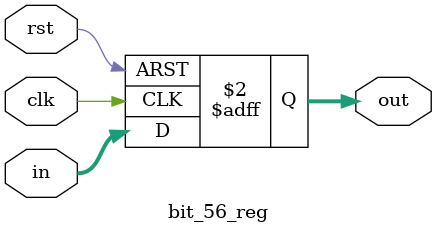
<source format=v>
module bit_56_reg (in , clk , rst , out);
input [55:0]in;
input clk;
input rst;
output reg [55:0]out;
always@(posedge rst or posedge clk)
begin
    if(rst)
        out <= 56'b 0000_0000_0000_0000_0000_0000_0000_0000_0000_0000_0000_0000_0000_0000;
    else
        out <= in;
end
endmodule
</source>
